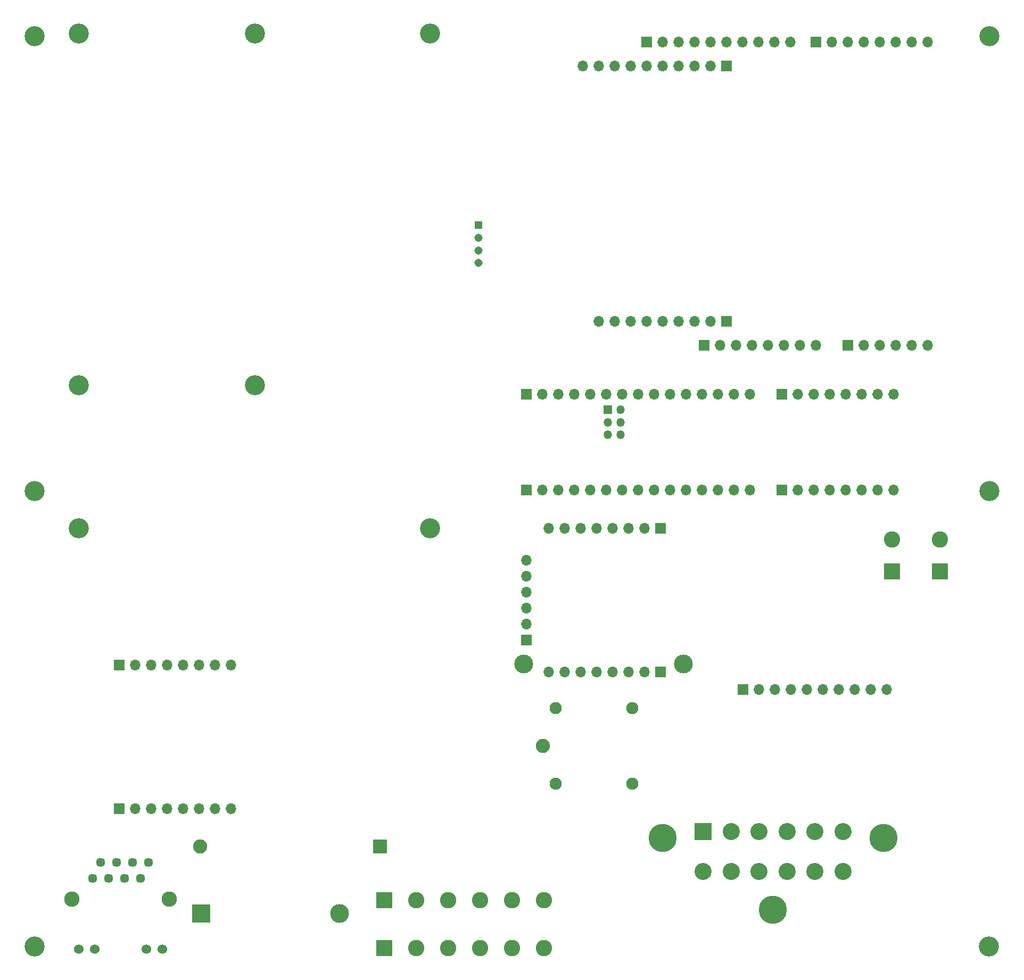
<source format=gbr>
%TF.GenerationSoftware,KiCad,Pcbnew,(5.1.12)-1*%
%TF.CreationDate,2022-02-13T14:46:26-06:00*%
%TF.ProjectId,AS12,41533132-2e6b-4696-9361-645f70636258,rev?*%
%TF.SameCoordinates,Original*%
%TF.FileFunction,Soldermask,Bot*%
%TF.FilePolarity,Negative*%
%FSLAX46Y46*%
G04 Gerber Fmt 4.6, Leading zero omitted, Abs format (unit mm)*
G04 Created by KiCad (PCBNEW (5.1.12)-1) date 2022-02-13 14:46:26*
%MOMM*%
%LPD*%
G01*
G04 APERTURE LIST*
%ADD10C,1.950000*%
%ADD11C,2.250000*%
%ADD12C,3.200000*%
%ADD13C,2.600000*%
%ADD14R,2.600000X2.600000*%
%ADD15O,1.700000X1.700000*%
%ADD16R,1.700000X1.700000*%
%ADD17C,2.445000*%
%ADD18C,1.530000*%
%ADD19C,1.446000*%
%ADD20R,2.250000X2.250000*%
%ADD21C,1.308000*%
%ADD22R,1.308000X1.308000*%
%ADD23C,3.000000*%
%ADD24O,1.350000X1.350000*%
%ADD25R,1.350000X1.350000*%
%ADD26C,4.485000*%
%ADD27C,2.715000*%
%ADD28R,2.715000X2.715000*%
%ADD29R,3.000000X3.000000*%
G04 APERTURE END LIST*
D10*
%TO.C,K1*%
X118628540Y-130497580D03*
X118628540Y-142497580D03*
X106428540Y-142497580D03*
D11*
X104428540Y-136497580D03*
D10*
X106428540Y-130497580D03*
%TD*%
D12*
%TO.C,REF\u002A\u002A*%
X58601220Y-23133960D03*
X58601220Y-79133960D03*
X30601220Y-79133960D03*
X30601220Y-23133960D03*
X86481220Y-23133960D03*
X86481220Y-101873960D03*
X30601220Y-101873960D03*
%TD*%
%TO.C, *%
X23548340Y-95972630D03*
%TD*%
%TO.C, *%
X175493680Y-95998030D03*
%TD*%
D13*
%TO.C,KF2*%
X159990660Y-103659940D03*
X167610660Y-103659940D03*
D14*
X159990660Y-108739940D03*
X167610660Y-108739940D03*
%TD*%
D15*
%TO.C,J24*%
X54795000Y-123679400D03*
X52255000Y-123679400D03*
X49715000Y-123679400D03*
X47175000Y-123679400D03*
X44635000Y-123679400D03*
X42095000Y-123679400D03*
X39555000Y-123679400D03*
D16*
X37015000Y-123679400D03*
%TD*%
D15*
%TO.C,J2*%
X54795000Y-146539400D03*
X52255000Y-146539400D03*
X49715000Y-146539400D03*
X47175000Y-146539400D03*
X44635000Y-146539400D03*
X42095000Y-146539400D03*
X39555000Y-146539400D03*
D16*
X37015000Y-146539400D03*
%TD*%
D17*
%TO.C,J12*%
X45006800Y-160873980D03*
X29516800Y-160873980D03*
D18*
X43886800Y-168823980D03*
X41346800Y-168823980D03*
X33176800Y-168823980D03*
X30636800Y-168823980D03*
D19*
X41706800Y-155033980D03*
X40436800Y-157573980D03*
X39166800Y-155033980D03*
X37896800Y-157573980D03*
X36626800Y-155033980D03*
X35356800Y-157573980D03*
X34086800Y-155033980D03*
X32816800Y-157573980D03*
%TD*%
D13*
%TO.C,KF1*%
X104622600Y-161034600D03*
X104622600Y-168654600D03*
X99542600Y-161034600D03*
X99542600Y-168654600D03*
X94462600Y-161034600D03*
X94462600Y-168654600D03*
X89382600Y-161034600D03*
X89382600Y-168654600D03*
X84302600Y-161034600D03*
X84302600Y-168654600D03*
D14*
X79222600Y-161034600D03*
X79222600Y-168654600D03*
%TD*%
D11*
%TO.C,D3*%
X49893620Y-152481280D03*
D20*
X78493620Y-152481280D03*
%TD*%
D12*
%TO.C, *%
X23548340Y-23535640D03*
%TD*%
%TO.C, *%
X175493680Y-23535640D03*
%TD*%
%TO.C, *%
X175394620Y-168460420D03*
%TD*%
%TO.C, *%
X23550880Y-168409620D03*
%TD*%
D21*
%TO.C,J23*%
X94145100Y-59654700D03*
X94145100Y-57654700D03*
X94145100Y-55654700D03*
D22*
X94145100Y-53654700D03*
%TD*%
D23*
%TO.C,REF\u002A\u002A*%
X101408560Y-123496400D03*
X126808560Y-123496400D03*
%TD*%
D15*
%TO.C,J22*%
X165608000Y-24511000D03*
X163068000Y-24511000D03*
X160528000Y-24511000D03*
X157988000Y-24511000D03*
X155448000Y-24511000D03*
X152908000Y-24511000D03*
X150368000Y-24511000D03*
D16*
X147828000Y-24511000D03*
%TD*%
D15*
%TO.C,J21*%
X143768000Y-24511000D03*
X141228000Y-24511000D03*
X138688000Y-24511000D03*
X136148000Y-24511000D03*
X133608000Y-24511000D03*
X131068000Y-24511000D03*
X128528000Y-24511000D03*
X125988000Y-24511000D03*
X123448000Y-24511000D03*
D16*
X120908000Y-24511000D03*
%TD*%
D15*
%TO.C,J20*%
X110794800Y-28336400D03*
X113334800Y-28336400D03*
X115874800Y-28336400D03*
X118414800Y-28336400D03*
X120954800Y-28336400D03*
X123494800Y-28336400D03*
X126034800Y-28336400D03*
X128574800Y-28336400D03*
X131114800Y-28336400D03*
D16*
X133654800Y-28336400D03*
%TD*%
D15*
%TO.C,J19*%
X165608000Y-72771000D03*
X163068000Y-72771000D03*
X160528000Y-72771000D03*
X157988000Y-72771000D03*
X155448000Y-72771000D03*
D16*
X152908000Y-72771000D03*
%TD*%
D15*
%TO.C,J18*%
X147828000Y-72771000D03*
X145288000Y-72771000D03*
X142748000Y-72771000D03*
X140208000Y-72771000D03*
X137668000Y-72771000D03*
X135128000Y-72771000D03*
X132588000Y-72771000D03*
D16*
X130048000Y-72771000D03*
%TD*%
D15*
%TO.C,J17*%
X113334800Y-68986400D03*
X115874800Y-68986400D03*
X118414800Y-68986400D03*
X120954800Y-68986400D03*
X123494800Y-68986400D03*
X126034800Y-68986400D03*
X128574800Y-68986400D03*
X131114800Y-68986400D03*
D16*
X133654800Y-68986400D03*
%TD*%
D15*
%TO.C,J14*%
X160248600Y-80594200D03*
X157708600Y-80594200D03*
X155168600Y-80594200D03*
X152628600Y-80594200D03*
X150088600Y-80594200D03*
X147548600Y-80594200D03*
X145008600Y-80594200D03*
D16*
X142468600Y-80594200D03*
%TD*%
D15*
%TO.C,J13*%
X137388600Y-80594200D03*
X134848600Y-80594200D03*
X132308600Y-80594200D03*
X129768600Y-80594200D03*
X127228600Y-80594200D03*
X124688600Y-80594200D03*
X122148600Y-80594200D03*
X119608600Y-80594200D03*
X117068600Y-80594200D03*
X114528600Y-80594200D03*
X111988600Y-80594200D03*
X109448600Y-80594200D03*
X106908600Y-80594200D03*
X104368600Y-80594200D03*
D16*
X101828600Y-80594200D03*
%TD*%
D24*
%TO.C,J11*%
X116798600Y-87032600D03*
X114798600Y-87032600D03*
X116798600Y-85032600D03*
X114798600Y-85032600D03*
X116798600Y-83032600D03*
D25*
X114798600Y-83032600D03*
%TD*%
D15*
%TO.C,J10*%
X160248600Y-95834200D03*
X157708600Y-95834200D03*
X155168600Y-95834200D03*
X152628600Y-95834200D03*
X150088600Y-95834200D03*
X147548600Y-95834200D03*
X145008600Y-95834200D03*
D16*
X142468600Y-95834200D03*
%TD*%
D15*
%TO.C,J9*%
X137388600Y-95834200D03*
X134848600Y-95834200D03*
X132308600Y-95834200D03*
X129768600Y-95834200D03*
X127228600Y-95834200D03*
X124688600Y-95834200D03*
X122148600Y-95834200D03*
X119608600Y-95834200D03*
X117068600Y-95834200D03*
X114528600Y-95834200D03*
X111988600Y-95834200D03*
X109448600Y-95834200D03*
X106908600Y-95834200D03*
X104368600Y-95834200D03*
D16*
X101828600Y-95834200D03*
%TD*%
D15*
%TO.C,J6*%
X105394760Y-124790200D03*
X107934760Y-124790200D03*
X110474760Y-124790200D03*
X113014760Y-124790200D03*
X115554760Y-124790200D03*
X118094760Y-124790200D03*
X120634760Y-124790200D03*
D16*
X123174760Y-124790200D03*
%TD*%
D15*
%TO.C,J5*%
X105394760Y-101930200D03*
X107934760Y-101930200D03*
X110474760Y-101930200D03*
X113014760Y-101930200D03*
X115554760Y-101930200D03*
X118094760Y-101930200D03*
X120634760Y-101930200D03*
D16*
X123174760Y-101930200D03*
%TD*%
D15*
%TO.C,J4*%
X101762560Y-107010200D03*
X101762560Y-109550200D03*
X101762560Y-112090200D03*
X101762560Y-114630200D03*
X101762560Y-117170200D03*
D16*
X101762560Y-119710200D03*
%TD*%
D26*
%TO.C,J3*%
X158576000Y-151159400D03*
X141036000Y-162589400D03*
X123496000Y-151159400D03*
D27*
X129921000Y-156489400D03*
X134366000Y-156489400D03*
X138811000Y-156489400D03*
X143261000Y-156489400D03*
X147706000Y-156489400D03*
X152151000Y-156489400D03*
X152151000Y-150139400D03*
X147706000Y-150139400D03*
X143261000Y-150139400D03*
X138811000Y-150139400D03*
X134366000Y-150139400D03*
D28*
X129921000Y-150139400D03*
%TD*%
D15*
%TO.C,J1*%
X159097980Y-127520700D03*
X156557980Y-127520700D03*
X154017980Y-127520700D03*
X151477980Y-127520700D03*
X148937980Y-127520700D03*
X146397980Y-127520700D03*
X143857980Y-127520700D03*
X141317980Y-127520700D03*
X138777980Y-127520700D03*
D16*
X136237980Y-127520700D03*
%TD*%
D23*
%TO.C,F1*%
X72102900Y-163203900D03*
D29*
X50102900Y-163203900D03*
%TD*%
M02*

</source>
